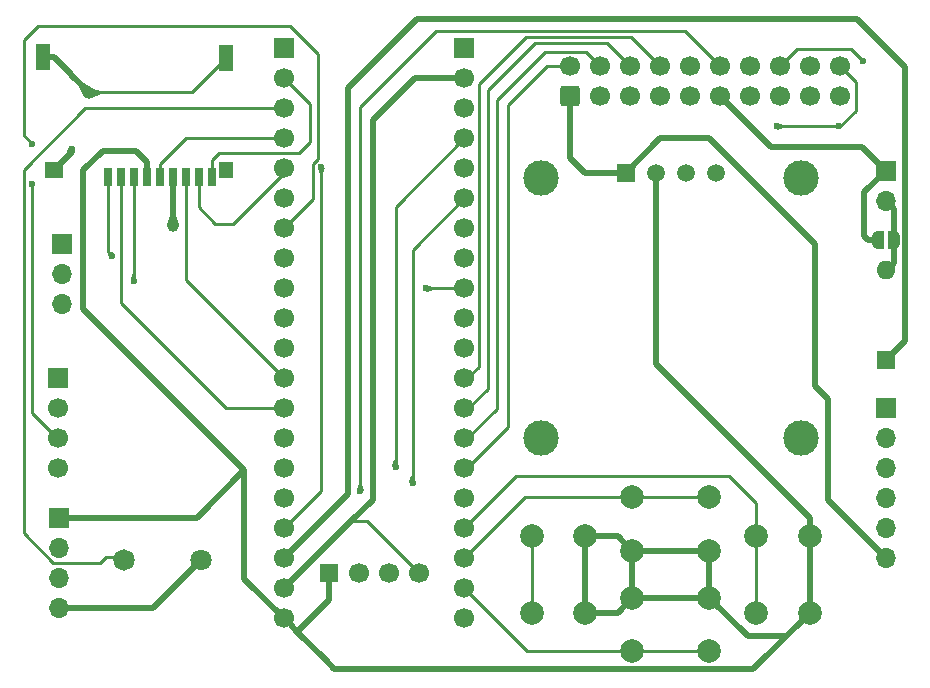
<source format=gbr>
%TF.GenerationSoftware,KiCad,Pcbnew,9.0.1*%
%TF.CreationDate,2025-05-04T19:13:47+02:00*%
%TF.ProjectId,sdiskII_stm32,73646973-6b49-4495-9f73-746d33322e6b,3*%
%TF.SameCoordinates,Original*%
%TF.FileFunction,Copper,L1,Top*%
%TF.FilePolarity,Positive*%
%FSLAX46Y46*%
G04 Gerber Fmt 4.6, Leading zero omitted, Abs format (unit mm)*
G04 Created by KiCad (PCBNEW 9.0.1) date 2025-05-04 19:13:47*
%MOMM*%
%LPD*%
G01*
G04 APERTURE LIST*
G04 Aperture macros list*
%AMRoundRect*
0 Rectangle with rounded corners*
0 $1 Rounding radius*
0 $2 $3 $4 $5 $6 $7 $8 $9 X,Y pos of 4 corners*
0 Add a 4 corners polygon primitive as box body*
4,1,4,$2,$3,$4,$5,$6,$7,$8,$9,$2,$3,0*
0 Add four circle primitives for the rounded corners*
1,1,$1+$1,$2,$3*
1,1,$1+$1,$4,$5*
1,1,$1+$1,$6,$7*
1,1,$1+$1,$8,$9*
0 Add four rect primitives between the rounded corners*
20,1,$1+$1,$2,$3,$4,$5,0*
20,1,$1+$1,$4,$5,$6,$7,0*
20,1,$1+$1,$6,$7,$8,$9,0*
20,1,$1+$1,$8,$9,$2,$3,0*%
%AMFreePoly0*
4,1,23,0.500000,-0.750000,0.000000,-0.750000,0.000000,-0.745722,-0.065263,-0.745722,-0.191342,-0.711940,-0.304381,-0.646677,-0.396677,-0.554381,-0.461940,-0.441342,-0.495722,-0.315263,-0.495722,-0.250000,-0.500000,-0.250000,-0.500000,0.250000,-0.495722,0.250000,-0.495722,0.315263,-0.461940,0.441342,-0.396677,0.554381,-0.304381,0.646677,-0.191342,0.711940,-0.065263,0.745722,0.000000,0.745722,
0.000000,0.750000,0.500000,0.750000,0.500000,-0.750000,0.500000,-0.750000,$1*%
%AMFreePoly1*
4,1,23,0.000000,0.745722,0.065263,0.745722,0.191342,0.711940,0.304381,0.646677,0.396677,0.554381,0.461940,0.441342,0.495722,0.315263,0.495722,0.250000,0.500000,0.250000,0.500000,-0.250000,0.495722,-0.250000,0.495722,-0.315263,0.461940,-0.441342,0.396677,-0.554381,0.304381,-0.646677,0.191342,-0.711940,0.065263,-0.745722,0.000000,-0.745722,0.000000,-0.750000,-0.500000,-0.750000,
-0.500000,0.750000,0.000000,0.750000,0.000000,0.745722,0.000000,0.745722,$1*%
G04 Aperture macros list end*
%TA.AperFunction,ComponentPad*%
%ADD10RoundRect,0.250000X0.600000X-0.600000X0.600000X0.600000X-0.600000X0.600000X-0.600000X-0.600000X0*%
%TD*%
%TA.AperFunction,ComponentPad*%
%ADD11C,1.700000*%
%TD*%
%TA.AperFunction,ComponentPad*%
%ADD12R,1.600000X1.600000*%
%TD*%
%TA.AperFunction,ComponentPad*%
%ADD13O,1.600000X1.600000*%
%TD*%
%TA.AperFunction,ComponentPad*%
%ADD14R,1.700000X1.700000*%
%TD*%
%TA.AperFunction,ComponentPad*%
%ADD15O,1.700000X1.700000*%
%TD*%
%TA.AperFunction,ComponentPad*%
%ADD16C,2.000000*%
%TD*%
%TA.AperFunction,ComponentPad*%
%ADD17C,1.824000*%
%TD*%
%TA.AperFunction,ComponentPad*%
%ADD18C,1.800000*%
%TD*%
%TA.AperFunction,ComponentPad*%
%ADD19R,1.524000X1.524000*%
%TD*%
%TA.AperFunction,SMDPad,CuDef*%
%ADD20FreePoly0,180.000000*%
%TD*%
%TA.AperFunction,SMDPad,CuDef*%
%ADD21FreePoly1,180.000000*%
%TD*%
%TA.AperFunction,ComponentPad*%
%ADD22R,1.508000X1.508000*%
%TD*%
%TA.AperFunction,ComponentPad*%
%ADD23C,1.508000*%
%TD*%
%TA.AperFunction,ComponentPad*%
%ADD24C,3.000000*%
%TD*%
%TA.AperFunction,SMDPad,CuDef*%
%ADD25R,1.600000X1.400000*%
%TD*%
%TA.AperFunction,SMDPad,CuDef*%
%ADD26R,1.200000X2.200000*%
%TD*%
%TA.AperFunction,SMDPad,CuDef*%
%ADD27R,0.700000X1.600000*%
%TD*%
%TA.AperFunction,SMDPad,CuDef*%
%ADD28R,1.200000X1.400000*%
%TD*%
%TA.AperFunction,ViaPad*%
%ADD29C,0.600000*%
%TD*%
%TA.AperFunction,ViaPad*%
%ADD30C,1.000000*%
%TD*%
%TA.AperFunction,Conductor*%
%ADD31C,0.500000*%
%TD*%
%TA.AperFunction,Conductor*%
%ADD32C,0.250000*%
%TD*%
G04 APERTURE END LIST*
D10*
%TO.P,J2,1,Pin_1*%
%TO.N,GND*%
X178290000Y-92490000D03*
D11*
%TO.P,J2,2,Pin_2*%
%TO.N,STEP0*%
X178290000Y-89950000D03*
%TO.P,J2,3,Pin_3*%
%TO.N,GND*%
X180830000Y-92490000D03*
%TO.P,J2,4,Pin_4*%
%TO.N,STEP1*%
X180830000Y-89950000D03*
%TO.P,J2,5,Pin_5*%
%TO.N,GND*%
X183370000Y-92490000D03*
%TO.P,J2,6,Pin_6*%
%TO.N,STEP2*%
X183370000Y-89950000D03*
%TO.P,J2,7,Pin_7*%
%TO.N,3.5DSK*%
X185910000Y-92490000D03*
%TO.P,J2,8,Pin_8*%
%TO.N,STEP3*%
X185910000Y-89950000D03*
%TO.P,J2,9,Pin_9*%
%TO.N,unconnected-(J2-Pin_9-Pad9)*%
X188450000Y-92490000D03*
%TO.P,J2,10,Pin_10*%
%TO.N,WR_REQ*%
X188450000Y-89950000D03*
%TO.P,J2,11,Pin_11*%
%TO.N,VCC*%
X190990000Y-92490000D03*
%TO.P,J2,12,Pin_12*%
%TO.N,SELECT*%
X190990000Y-89950000D03*
%TO.P,J2,13,Pin_13*%
%TO.N,unconnected-(J2-Pin_13-Pad13)*%
X193530000Y-92490000D03*
%TO.P,J2,14,Pin_14*%
%TO.N,DEVICE_ENABLE*%
X193530000Y-89950000D03*
%TO.P,J2,15,Pin_15*%
%TO.N,unconnected-(J2-Pin_15-Pad15)*%
X196070000Y-92490000D03*
%TO.P,J2,16,Pin_16*%
%TO.N,RD_DATA*%
X196070000Y-89950000D03*
%TO.P,J2,17,Pin_17*%
%TO.N,unconnected-(J2-Pin_17-Pad17)*%
X198610000Y-92490000D03*
%TO.P,J2,18,Pin_18*%
%TO.N,WR_DATA*%
X198610000Y-89950000D03*
%TO.P,J2,19,Pin_19*%
%TO.N,unconnected-(J2-Pin_19-Pad19)*%
X201150000Y-92490000D03*
%TO.P,J2,20,Pin_20*%
%TO.N,WR_PROTECT*%
X201150000Y-89950000D03*
%TD*%
D12*
%TO.P,D1,1,K*%
%TO.N,PWR_IN*%
X205000000Y-114840000D03*
D13*
%TO.P,D1,2,A*%
%TO.N,PWR_RD*%
X205000000Y-107220000D03*
%TD*%
D14*
%TO.P,J5,1,Pin_1*%
%TO.N,TIM2_CH3*%
X134880000Y-116370000D03*
D11*
%TO.P,J5,2,Pin_2*%
%TO.N,TIM3_CH4*%
X134880000Y-118910000D03*
%TO.P,J5,3,Pin_3*%
%TO.N,DEBUG*%
X134880000Y-121450000D03*
%TO.P,J5,4,Pin_4*%
%TO.N,GND*%
X134880000Y-123990000D03*
%TD*%
D14*
%TO.P,J3,1,Pin_1*%
%TO.N,RD_DATA*%
X205030000Y-118910000D03*
D15*
%TO.P,J3,2,Pin_2*%
%TO.N,WR_REQ*%
X205030000Y-121450000D03*
%TO.P,J3,3,Pin_3*%
%TO.N,DEVICE_ENABLE*%
X205030000Y-123990000D03*
%TO.P,J3,4,Pin_4*%
%TO.N,WR_PROTECT*%
X205030000Y-126530000D03*
%TO.P,J3,5,Pin_5*%
%TO.N,WR_DATA*%
X205030000Y-129070000D03*
%TO.P,J3,6,Pin_6*%
%TO.N,GND*%
X205030000Y-131610000D03*
%TD*%
D16*
%TO.P,UP1,1,1*%
%TO.N,+3.3V*%
X190040000Y-130950000D03*
X183540000Y-130950000D03*
%TO.P,UP1,2,2*%
%TO.N,BTN_UP*%
X190040000Y-126450000D03*
X183540000Y-126450000D03*
%TD*%
D17*
%TO.P,BZ1,1,+*%
%TO.N,TIM1_CH2N*%
X140500000Y-131750000D03*
D18*
%TO.P,BZ1,2,-*%
%TO.N,GND*%
X147000000Y-131750000D03*
%TD*%
D14*
%TO.P,J4,1,Pin_1*%
%TO.N,USART1_TX*%
X135240000Y-104975000D03*
D15*
%TO.P,J4,2,Pin_2*%
%TO.N,USART1_RX*%
X135240000Y-107515000D03*
%TO.P,J4,3,Pin_3*%
%TO.N,GND*%
X135240000Y-110055000D03*
%TD*%
D14*
%TO.P,\u03BCC1,1,B12*%
%TO.N,BTN_RET*%
X154050000Y-88440000D03*
D11*
%TO.P,\u03BCC1,2,B13*%
%TO.N,SD_EJECT*%
X154050000Y-90980000D03*
%TO.P,\u03BCC1,3,B14*%
%TO.N,TIM1_CH2N*%
X154050000Y-93520000D03*
%TO.P,\u03BCC1,4,B15*%
%TO.N,SDIO_CK*%
X154050000Y-96060000D03*
%TO.P,\u03BCC1,5,A8*%
%TO.N,SDIO_D1*%
X154050000Y-98600000D03*
%TO.P,\u03BCC1,6,A9*%
%TO.N,SDIO_D2*%
X154050000Y-101140000D03*
%TO.P,\u03BCC1,7,A10*%
%TO.N,DEBUG*%
X154050000Y-103680000D03*
%TO.P,\u03BCC1,8,A11*%
%TO.N,3.5DSK*%
X154050000Y-106220000D03*
%TO.P,\u03BCC1,9,A12*%
%TO.N,unconnected-(\u03BCC1-A12-Pad9)*%
X154050000Y-108760000D03*
%TO.P,\u03BCC1,10,A15*%
%TO.N,USART1_TX*%
X154050000Y-111300000D03*
%TO.P,\u03BCC1,11,B3*%
%TO.N,USART1_RX*%
X154050000Y-113840000D03*
%TO.P,\u03BCC1,12,B4*%
%TO.N,SDIO_DO*%
X154050000Y-116380000D03*
%TO.P,\u03BCC1,13,B5*%
%TO.N,SDIO_D3*%
X154050000Y-118920000D03*
%TO.P,\u03BCC1,14,B6*%
%TO.N,I2C_SCL*%
X154050000Y-121460000D03*
%TO.P,\u03BCC1,15,B7*%
%TO.N,I2C_SDA*%
X154050000Y-124000000D03*
%TO.P,\u03BCC1,16,B8*%
%TO.N,SELECT*%
X154050000Y-126540000D03*
%TO.P,\u03BCC1,17,B9*%
%TO.N,WR_REQ*%
X154050000Y-129080000D03*
%TO.P,\u03BCC1,18,5Vi*%
%TO.N,PWR_IN*%
X154050000Y-131620000D03*
%TO.P,\u03BCC1,19,GNDi*%
%TO.N,GND*%
X154050000Y-134160000D03*
%TO.P,\u03BCC1,20,3.3i*%
%TO.N,+3.3V*%
X154050000Y-136700000D03*
%TO.P,\u03BCC1,21,VB*%
%TO.N,unconnected-(\u03BCC1-VB-Pad21)*%
X169290000Y-136700000D03*
%TO.P,\u03BCC1,22,C13*%
%TO.N,BTN_DOWN*%
X169290000Y-134160000D03*
%TO.P,\u03BCC1,23,C14*%
%TO.N,BTN_UP*%
X169290000Y-131620000D03*
%TO.P,\u03BCC1,24,C15*%
%TO.N,BTN_ENTR*%
X169290000Y-129080000D03*
%TO.P,\u03BCC1,25,R*%
%TO.N,unconnected-(\u03BCC1-R-Pad25)*%
X169290000Y-126540000D03*
%TO.P,\u03BCC1,26,A0*%
%TO.N,STEP0*%
X169290000Y-124000000D03*
%TO.P,\u03BCC1,27,A1*%
%TO.N,STEP1*%
X169290000Y-121460000D03*
%TO.P,\u03BCC1,28,A2*%
%TO.N,STEP2*%
X169290000Y-118920000D03*
%TO.P,\u03BCC1,29,A3*%
%TO.N,STEP3*%
X169290000Y-116380000D03*
%TO.P,\u03BCC1,30,A4*%
%TO.N,DEVICE_ENABLE*%
X169290000Y-113840000D03*
%TO.P,\u03BCC1,31,A5*%
%TO.N,WR_DATA*%
X169290000Y-111300000D03*
%TO.P,\u03BCC1,32,A6*%
%TO.N,SDIO_CMD*%
X169290000Y-108760000D03*
%TO.P,\u03BCC1,33,A7*%
%TO.N,WR_DATA*%
X169290000Y-106220000D03*
%TO.P,\u03BCC1,34,B0*%
%TO.N,RD_DATA*%
X169290000Y-103680000D03*
%TO.P,\u03BCC1,35,B1*%
%TO.N,TIM3_CH4*%
X169290000Y-101140000D03*
%TO.P,\u03BCC1,36,B2*%
%TO.N,WR_PROTECT*%
X169290000Y-98600000D03*
%TO.P,\u03BCC1,37,B10*%
%TO.N,TIM2_CH3*%
X169290000Y-96060000D03*
%TO.P,\u03BCC1,38,3.3ii*%
%TO.N,unconnected-(\u03BCC1-3.3ii-Pad38)*%
X169290000Y-93520000D03*
%TO.P,\u03BCC1,39,GNDii*%
%TO.N,GND*%
X169290000Y-90980000D03*
D14*
%TO.P,\u03BCC1,40,5Vii*%
%TO.N,unconnected-(\u03BCC1-5Vii-Pad40)*%
X169290000Y-88440000D03*
D19*
%TO.P,\u03BCC1,41,3.3V*%
%TO.N,+3.3V*%
X157860000Y-132890000D03*
D11*
%TO.P,\u03BCC1,42,SDIO*%
%TO.N,SDIO*%
X160400000Y-132890000D03*
%TO.P,\u03BCC1,43,SCK*%
%TO.N,SCK*%
X162940000Y-132890000D03*
%TO.P,\u03BCC1,44,GND*%
%TO.N,GND*%
X165480000Y-132890000D03*
%TD*%
D20*
%TO.P,JP1,1,A*%
%TO.N,PWR_RD*%
X205650000Y-104680000D03*
D21*
%TO.P,JP1,2,B*%
%TO.N,VCC*%
X204350000Y-104680000D03*
%TD*%
D14*
%TO.P,J1,1,Pin_1*%
%TO.N,VCC*%
X205000000Y-98810000D03*
D15*
%TO.P,J1,2,Pin_2*%
%TO.N,PWR_RD*%
X205000000Y-101350000D03*
%TD*%
D16*
%TO.P,ENTR1,1,1*%
%TO.N,+3.3V*%
X198540000Y-129700000D03*
X198540000Y-136200000D03*
%TO.P,ENTR1,2,2*%
%TO.N,BTN_ENTR*%
X194040000Y-129700000D03*
X194040000Y-136200000D03*
%TD*%
D14*
%TO.P,J6,1,Pin_1*%
%TO.N,+3.3V*%
X135000000Y-128180000D03*
D15*
%TO.P,J6,2,Pin_2*%
%TO.N,SDIO*%
X135000000Y-130720000D03*
%TO.P,J6,3,Pin_3*%
%TO.N,SCK*%
X135000000Y-133260000D03*
%TO.P,J6,4,Pin_4*%
%TO.N,GND*%
X135000000Y-135800000D03*
%TD*%
D22*
%TO.P,U8,1,GND*%
%TO.N,GND*%
X182980000Y-98950000D03*
D23*
%TO.P,U8,2,VCC_IN*%
%TO.N,+3.3V*%
X185520000Y-98950000D03*
%TO.P,U8,3,SCL*%
%TO.N,I2C_SCL*%
X188060000Y-98950000D03*
%TO.P,U8,4,SDA*%
%TO.N,I2C_SDA*%
X190600000Y-98950000D03*
D24*
%TO.P,U8,S1*%
%TO.N,N/C*%
X175790000Y-99450000D03*
%TO.P,U8,S2*%
X197790000Y-99450000D03*
%TO.P,U8,S3*%
X197790000Y-121450000D03*
%TO.P,U8,S4*%
X175790000Y-121450000D03*
%TD*%
D25*
%TO.P,U2,*%
%TO.N,GND*%
X134540000Y-98750000D03*
D26*
X149140000Y-89250000D03*
D27*
%TO.P,U2,1,D2*%
%TO.N,SDIO_D2*%
X139140000Y-99350000D03*
%TO.P,U2,2,D3*%
%TO.N,SDIO_D3*%
X140240000Y-99350000D03*
%TO.P,U2,3,CMD*%
%TO.N,SDIO_CMD*%
X141340000Y-99350000D03*
%TO.P,U2,4,VDD*%
%TO.N,+3.3V*%
X142440000Y-99350000D03*
%TO.P,U2,5,SCLK*%
%TO.N,SDIO_CK*%
X143540000Y-99350000D03*
%TO.P,U2,6,GND*%
%TO.N,GND*%
X144640000Y-99350000D03*
%TO.P,U2,7,DO*%
%TO.N,SDIO_DO*%
X145740000Y-99350000D03*
%TO.P,U2,8,D1*%
%TO.N,SDIO_D1*%
X146840000Y-99350000D03*
%TO.P,U2,9,CD*%
%TO.N,SD_EJECT*%
X147940000Y-99350000D03*
D28*
%TO.P,U2,10,GND*%
%TO.N,GND*%
X149140000Y-98750000D03*
D26*
%TO.P,U2,~*%
%TO.N,N/C*%
X133640000Y-89150000D03*
%TD*%
D16*
%TO.P,RET1,1,1*%
%TO.N,+3.3V*%
X179540000Y-129700000D03*
X179540000Y-136200000D03*
%TO.P,RET1,2,2*%
%TO.N,BTN_RET*%
X175040000Y-129700000D03*
X175040000Y-136200000D03*
%TD*%
%TO.P,DOWN1,1,1*%
%TO.N,+3.3V*%
X183540000Y-134950000D03*
X190040000Y-134950000D03*
%TO.P,DOWN1,2,2*%
%TO.N,BTN_DOWN*%
X183540000Y-139450000D03*
X190040000Y-139450000D03*
%TD*%
D29*
%TO.N,GND*%
X136090000Y-96930000D03*
D30*
X144640000Y-103500000D03*
X137540000Y-92250000D03*
D29*
%TO.N,WR_REQ*%
X157190000Y-98500000D03*
%TO.N,WR_PROTECT*%
X201000000Y-95025000D03*
X195750000Y-95025000D03*
%TO.N,RD_DATA*%
X203050000Y-89500000D03*
%TO.N,SDIO_CMD*%
X141340000Y-108100000D03*
X166040000Y-108760000D03*
%TO.N,SDIO_D2*%
X139490000Y-106050000D03*
%TO.N,DEBUG*%
X132750000Y-99900000D03*
X132750000Y-96500000D03*
%TO.N,TIM3_CH4*%
X164940000Y-125250000D03*
%TO.N,SELECT*%
X160500000Y-125925000D03*
%TO.N,TIM2_CH3*%
X163490000Y-123900000D03*
%TD*%
D31*
%TO.N,GND*%
X136090000Y-96930000D02*
X136090000Y-97200000D01*
X178300000Y-97100000D02*
X178290000Y-97090000D01*
D32*
X161075000Y-128485000D02*
X159725000Y-128485000D01*
D31*
X136040000Y-90650000D02*
X136040000Y-90640000D01*
X190020000Y-96020000D02*
X199000000Y-105000000D01*
X161540000Y-94526341D02*
X161540000Y-126670000D01*
X200090000Y-118090000D02*
X200090000Y-126670000D01*
D32*
X137540000Y-92250000D02*
X137540000Y-92150000D01*
D31*
X165116341Y-90950000D02*
X161540000Y-94526341D01*
X185910000Y-96020000D02*
X190020000Y-96020000D01*
X179550000Y-98950000D02*
X178300000Y-97700000D01*
X159725000Y-128485000D02*
X154050000Y-134160000D01*
X199000000Y-105000000D02*
X199000000Y-117000000D01*
X182980000Y-98950000D02*
X179550000Y-98950000D01*
X199000000Y-117000000D02*
X200090000Y-118090000D01*
D32*
X146240000Y-92150000D02*
X149140000Y-89250000D01*
D31*
X178300000Y-97700000D02*
X178300000Y-97100000D01*
X178290000Y-97090000D02*
X178290000Y-92490000D01*
X136090000Y-97200000D02*
X134540000Y-98750000D01*
D32*
X137540000Y-92150000D02*
X146240000Y-92150000D01*
X165480000Y-132890000D02*
X161075000Y-128485000D01*
D31*
X168659000Y-90980000D02*
X168659000Y-90950000D01*
X165116341Y-90950000D02*
X165146341Y-90980000D01*
X182980000Y-98950000D02*
X185910000Y-96020000D01*
X200090000Y-126670000D02*
X205030000Y-131610000D01*
X137540000Y-92150000D02*
X136040000Y-90650000D01*
X144640000Y-103500000D02*
X144640000Y-99583884D01*
X135240000Y-135800000D02*
X142950000Y-135800000D01*
X161540000Y-126670000D02*
X159725000Y-128485000D01*
X134550000Y-89150000D02*
X133640000Y-89150000D01*
X142950000Y-135800000D02*
X147000000Y-131750000D01*
X165146341Y-90980000D02*
X169290000Y-90980000D01*
X136040000Y-90640000D02*
X134550000Y-89150000D01*
%TO.N,VCC*%
X203530000Y-104680000D02*
X204350000Y-104680000D01*
X202940000Y-96750000D02*
X205000000Y-98810000D01*
X205000000Y-98650000D02*
X204840000Y-98810000D01*
X205000000Y-98810000D02*
X203190000Y-100620000D01*
X203190000Y-104340000D02*
X203530000Y-104680000D01*
X203190000Y-100620000D02*
X203190000Y-104340000D01*
X195250000Y-96750000D02*
X202940000Y-96750000D01*
X190990000Y-92490000D02*
X195250000Y-96750000D01*
D32*
%TO.N,STEP2*%
X175290000Y-87950000D02*
X175040000Y-88200000D01*
X171290000Y-117250000D02*
X169620000Y-118920000D01*
X181370000Y-87950000D02*
X175290000Y-87950000D01*
X175040000Y-88200000D02*
X171290000Y-91950000D01*
X171290000Y-91950000D02*
X171290000Y-117250000D01*
X183370000Y-89950000D02*
X181370000Y-87950000D01*
%TO.N,WR_REQ*%
X157190000Y-125940000D02*
X154050000Y-129080000D01*
X157190000Y-98500000D02*
X157190000Y-125940000D01*
%TO.N,STEP3*%
X170540000Y-91450000D02*
X170540000Y-115415000D01*
X183410000Y-87450000D02*
X174540000Y-87450000D01*
X170540000Y-115415000D02*
X169575000Y-116380000D01*
X174540000Y-87450000D02*
X170540000Y-91450000D01*
X185910000Y-89950000D02*
X183410000Y-87450000D01*
%TO.N,STEP0*%
X173040000Y-93200000D02*
X173040000Y-120500000D01*
X176290000Y-89950000D02*
X173040000Y-93200000D01*
X173040000Y-120500000D02*
X169540000Y-124000000D01*
X178290000Y-89950000D02*
X176290000Y-89950000D01*
%TO.N,STEP1*%
X176165000Y-88700000D02*
X175865000Y-89000000D01*
X175865000Y-89000000D02*
X172040000Y-92825000D01*
X172040000Y-92825000D02*
X172040000Y-119000000D01*
X179580000Y-88700000D02*
X176165000Y-88700000D01*
X180830000Y-89950000D02*
X179580000Y-88700000D01*
X172040000Y-119000000D02*
X169580000Y-121460000D01*
%TO.N,WR_PROTECT*%
X202440000Y-93700000D02*
X202440000Y-91240000D01*
X202440000Y-91240000D02*
X201150000Y-89950000D01*
X201115000Y-95025000D02*
X202440000Y-93700000D01*
X195750000Y-95025000D02*
X201000000Y-95025000D01*
X201000000Y-95025000D02*
X201115000Y-95025000D01*
%TO.N,BTN_DOWN*%
X183540000Y-139450000D02*
X190040000Y-139450000D01*
X174580000Y-139450000D02*
X169290000Y-134160000D01*
X183540000Y-139450000D02*
X174580000Y-139450000D01*
%TO.N,BTN_ENTR*%
X191740213Y-124650213D02*
X173719787Y-124650213D01*
X173719787Y-124650213D02*
X169290000Y-129080000D01*
X194040000Y-126950000D02*
X191740213Y-124650213D01*
X194040000Y-129700000D02*
X194040000Y-136200000D01*
X194040000Y-129700000D02*
X194040000Y-126950000D01*
%TO.N,BTN_RET*%
X175040000Y-136200000D02*
X175040000Y-129700000D01*
%TO.N,BTN_UP*%
X190040000Y-126450000D02*
X183540000Y-126450000D01*
X183540000Y-126450000D02*
X174460000Y-126450000D01*
X174460000Y-126450000D02*
X169290000Y-131620000D01*
D31*
%TO.N,+3.3V*%
X190040000Y-134950000D02*
X190040000Y-130950000D01*
X183540000Y-130950000D02*
X182290000Y-129700000D01*
X185520000Y-115180000D02*
X198540000Y-128200000D01*
X150690000Y-124150000D02*
X137040000Y-110500000D01*
X190040000Y-130950000D02*
X183540000Y-130950000D01*
X137040000Y-110500000D02*
X137040000Y-98760000D01*
X138700000Y-97100000D02*
X141490000Y-97100000D01*
X157860000Y-132890000D02*
X157860000Y-135130000D01*
X155170000Y-137820000D02*
X154602250Y-137252250D01*
X185520000Y-98950000D02*
X185520000Y-115180000D01*
X137040000Y-98760000D02*
X138700000Y-97100000D01*
X142440000Y-98050000D02*
X142440000Y-99350000D01*
X198540000Y-136200000D02*
X193790000Y-140950000D01*
X157860000Y-135130000D02*
X155170000Y-137820000D01*
X183540000Y-134950000D02*
X190040000Y-134950000D01*
X179540000Y-136200000D02*
X179540000Y-129700000D01*
X157590000Y-140240000D02*
X155170000Y-137820000D01*
X135190000Y-128180000D02*
X146660000Y-128180000D01*
X196540000Y-138200000D02*
X193290000Y-138200000D01*
X198540000Y-129700000D02*
X198540000Y-136200000D01*
X182290000Y-136200000D02*
X183540000Y-134950000D01*
X179540000Y-136200000D02*
X182290000Y-136200000D01*
X158300000Y-140950000D02*
X157590000Y-140240000D01*
X146660000Y-128180000D02*
X150690000Y-124150000D01*
X141490000Y-97100000D02*
X142440000Y-98050000D01*
X150690000Y-133340000D02*
X154050000Y-136700000D01*
X182290000Y-129700000D02*
X179540000Y-129700000D01*
X150690000Y-124150000D02*
X150690000Y-133340000D01*
X193790000Y-140950000D02*
X158300000Y-140950000D01*
X193290000Y-138200000D02*
X190040000Y-134950000D01*
X198540000Y-128200000D02*
X198540000Y-129700000D01*
X183540000Y-134950000D02*
X183540000Y-130950000D01*
D32*
%TO.N,RD_DATA*%
X202050000Y-88500000D02*
X197520000Y-88500000D01*
X203050000Y-89500000D02*
X202050000Y-88500000D01*
X197520000Y-88500000D02*
X196070000Y-89950000D01*
%TO.N,SDIO_DO*%
X154050000Y-116380000D02*
X145740000Y-108070000D01*
X145740000Y-108070000D02*
X145740000Y-99350000D01*
%TO.N,SD_EJECT*%
X148515000Y-97285000D02*
X147940000Y-97860000D01*
X148515000Y-97285000D02*
X155305000Y-97285000D01*
X147940000Y-97860000D02*
X147940000Y-99350000D01*
X156240000Y-93170000D02*
X154050000Y-90980000D01*
X156240000Y-96350000D02*
X156240000Y-93170000D01*
X155305000Y-97285000D02*
X156240000Y-96350000D01*
%TO.N,SDIO_CK*%
X143540000Y-98260000D02*
X145740000Y-96060000D01*
X143540000Y-98260000D02*
X143540000Y-99350000D01*
X145740000Y-96060000D02*
X154050000Y-96060000D01*
%TO.N,SDIO_D1*%
X148240000Y-103300000D02*
X146840000Y-101900000D01*
X146840000Y-101900000D02*
X146840000Y-99350000D01*
X154050000Y-98990000D02*
X149740000Y-103300000D01*
X149740000Y-103300000D02*
X148240000Y-103300000D01*
X154050000Y-98600000D02*
X154050000Y-98990000D01*
D31*
%TO.N,PWR_IN*%
X165290000Y-85950000D02*
X202540000Y-85950000D01*
X154050000Y-131620000D02*
X154050000Y-131590000D01*
X159450000Y-126190000D02*
X159450000Y-91790000D01*
X206656000Y-113184000D02*
X205000000Y-114840000D01*
X159450000Y-91790000D02*
X165290000Y-85950000D01*
X154050000Y-131590000D02*
X159450000Y-126190000D01*
X206656000Y-100126000D02*
X206656000Y-113184000D01*
X206640000Y-90050000D02*
X206640000Y-100110000D01*
X206640000Y-100110000D02*
X206656000Y-100126000D01*
X202540000Y-85950000D02*
X206640000Y-90050000D01*
D32*
%TO.N,SDIO_CMD*%
X141340000Y-108100000D02*
X141340000Y-99350000D01*
X169290000Y-108760000D02*
X166040000Y-108760000D01*
%TO.N,SDIO_D2*%
X139490000Y-106050000D02*
X139140000Y-105700000D01*
X139140000Y-105700000D02*
X139140000Y-99350000D01*
%TO.N,SDIO_D3*%
X140240000Y-110000000D02*
X140240000Y-99350000D01*
X154050000Y-118920000D02*
X149160000Y-118920000D01*
X149160000Y-118920000D02*
X140240000Y-110000000D01*
%TO.N,DEBUG*%
X133250000Y-86500000D02*
X132000000Y-87750000D01*
X154050000Y-103680000D02*
X156515000Y-101215000D01*
X156910405Y-97825000D02*
X156910405Y-88884288D01*
X132750000Y-99900000D02*
X132750000Y-119330000D01*
X156910405Y-88884288D02*
X154526117Y-86500000D01*
X132000000Y-87750000D02*
X132000000Y-95750000D01*
X156515000Y-101215000D02*
X156515000Y-98220405D01*
X154526117Y-86500000D02*
X133250000Y-86500000D01*
X156515000Y-98220405D02*
X156910405Y-97825000D01*
X132000000Y-95750000D02*
X132750000Y-96500000D01*
X132750000Y-119330000D02*
X135000000Y-121580000D01*
%TO.N,TIM3_CH4*%
X164940000Y-105490000D02*
X164940000Y-125250000D01*
X169290000Y-101140000D02*
X164940000Y-105490000D01*
%TO.N,SELECT*%
X160500000Y-93400000D02*
X166950000Y-86950000D01*
X160500000Y-125925000D02*
X160500000Y-93400000D01*
X187990000Y-86950000D02*
X190990000Y-89950000D01*
X166950000Y-86950000D02*
X187990000Y-86950000D01*
X160500000Y-125925000D02*
X160375000Y-125800000D01*
%TO.N,TIM1_CH2N*%
X132000000Y-129500000D02*
X134500000Y-132000000D01*
X139000000Y-131500000D02*
X140500000Y-131500000D01*
X154050000Y-93520000D02*
X137230000Y-93520000D01*
X138500000Y-132000000D02*
X139000000Y-131500000D01*
X137230000Y-93520000D02*
X132000000Y-98750000D01*
X134500000Y-132000000D02*
X138500000Y-132000000D01*
X132000000Y-98750000D02*
X132000000Y-129500000D01*
%TO.N,TIM2_CH3*%
X163490000Y-101860000D02*
X163490000Y-123900000D01*
X169290000Y-96060000D02*
X163490000Y-101860000D01*
D31*
%TO.N,PWR_RD*%
X205650000Y-104680000D02*
X205650000Y-102000000D01*
X205400000Y-101350000D02*
X204840000Y-101350000D01*
X205650000Y-102000000D02*
X205000000Y-101350000D01*
X205650000Y-104680000D02*
X205650000Y-106570000D01*
X205650000Y-106570000D02*
X205000000Y-107220000D01*
%TD*%
%TA.AperFunction,Conductor*%
%TO.N,GND*%
G36*
X136086555Y-96928479D02*
G01*
X136088386Y-96928838D01*
X136092667Y-96930612D01*
X136330236Y-97090477D01*
X136335187Y-97097939D01*
X136333744Y-97106191D01*
X136038112Y-97600268D01*
X136030923Y-97605608D01*
X136022065Y-97604301D01*
X136019799Y-97602534D01*
X135681830Y-97264565D01*
X135678403Y-97256292D01*
X135678915Y-97252869D01*
X135792675Y-96881552D01*
X135798374Y-96874648D01*
X135806110Y-96873501D01*
X136086555Y-96928479D01*
G37*
%TD.AperFunction*%
%TD*%
%TA.AperFunction,Conductor*%
%TO.N,GND*%
G36*
X137649823Y-91763260D02*
G01*
X138521013Y-92022511D01*
X138527965Y-92028155D01*
X138529376Y-92033725D01*
X138529376Y-92268076D01*
X138525949Y-92276349D01*
X138523307Y-92278332D01*
X137827169Y-92660581D01*
X137818268Y-92661559D01*
X137811821Y-92656841D01*
X137556669Y-92276349D01*
X137541712Y-92254045D01*
X137539951Y-92245267D01*
X137635020Y-91772170D01*
X137640010Y-91764735D01*
X137648796Y-91763005D01*
X137649823Y-91763260D01*
G37*
%TD.AperFunction*%
%TD*%
%TA.AperFunction,Conductor*%
%TO.N,GND*%
G36*
X137074469Y-91328358D02*
G01*
X137808213Y-91827750D01*
X137813124Y-91835238D01*
X137811371Y-91843903D01*
X137542009Y-92248749D01*
X137538749Y-92252009D01*
X137135440Y-92520349D01*
X137126654Y-92522079D01*
X137119218Y-92517089D01*
X137118427Y-92515704D01*
X136716525Y-91683947D01*
X136716012Y-91675008D01*
X136718786Y-91670587D01*
X137059616Y-91329757D01*
X137067888Y-91326331D01*
X137074469Y-91328358D01*
G37*
%TD.AperFunction*%
%TD*%
%TA.AperFunction,Conductor*%
%TO.N,GND*%
G36*
X144889306Y-102513034D02*
G01*
X144892331Y-102518265D01*
X145127147Y-103390401D01*
X145125989Y-103399281D01*
X145118891Y-103404741D01*
X145118154Y-103404914D01*
X144642305Y-103500536D01*
X144637695Y-103500536D01*
X144161845Y-103404914D01*
X144154409Y-103399924D01*
X144152679Y-103391138D01*
X144152852Y-103390401D01*
X144387669Y-102518265D01*
X144393129Y-102511167D01*
X144398967Y-102509607D01*
X144881033Y-102509607D01*
X144889306Y-102513034D01*
G37*
%TD.AperFunction*%
%TD*%
%TA.AperFunction,Conductor*%
%TO.N,WR_REQ*%
G36*
X157471479Y-98555946D02*
G01*
X157478907Y-98560945D01*
X157480626Y-98569733D01*
X157480315Y-98570937D01*
X157317583Y-99086060D01*
X157311823Y-99092917D01*
X157306426Y-99094236D01*
X157073574Y-99094236D01*
X157065301Y-99090809D01*
X157062417Y-99086060D01*
X156899684Y-98570937D01*
X156900460Y-98562016D01*
X156907317Y-98556256D01*
X156908500Y-98555950D01*
X157187682Y-98499469D01*
X157192318Y-98499469D01*
X157471479Y-98555946D01*
G37*
%TD.AperFunction*%
%TD*%
%TA.AperFunction,Conductor*%
%TO.N,WR_PROTECT*%
G36*
X195820929Y-94734681D02*
G01*
X196336060Y-94897417D01*
X196342917Y-94903177D01*
X196344236Y-94908574D01*
X196344236Y-95141425D01*
X196340809Y-95149698D01*
X196336060Y-95152582D01*
X195820937Y-95315315D01*
X195812016Y-95314539D01*
X195806256Y-95307682D01*
X195805949Y-95306494D01*
X195749469Y-95027318D01*
X195749469Y-95022680D01*
X195772554Y-94908574D01*
X195805946Y-94743518D01*
X195810945Y-94736092D01*
X195819733Y-94734373D01*
X195820929Y-94734681D01*
G37*
%TD.AperFunction*%
%TD*%
%TA.AperFunction,Conductor*%
%TO.N,SDIO_CMD*%
G36*
X141464699Y-107509191D02*
G01*
X141467583Y-107513940D01*
X141630315Y-108029062D01*
X141629539Y-108037983D01*
X141622682Y-108043743D01*
X141621478Y-108044054D01*
X141342320Y-108100530D01*
X141337680Y-108100530D01*
X141104553Y-108053366D01*
X141058520Y-108044053D01*
X141051092Y-108039054D01*
X141049373Y-108030266D01*
X141049680Y-108029075D01*
X141212417Y-107513939D01*
X141218177Y-107507083D01*
X141223574Y-107505764D01*
X141456426Y-107505764D01*
X141464699Y-107509191D01*
G37*
%TD.AperFunction*%
%TD*%
%TA.AperFunction,Conductor*%
%TO.N,SDIO_CMD*%
G36*
X166110929Y-108469681D02*
G01*
X166626060Y-108632417D01*
X166632917Y-108638177D01*
X166634236Y-108643574D01*
X166634236Y-108876425D01*
X166630809Y-108884698D01*
X166626060Y-108887582D01*
X166110937Y-109050315D01*
X166102016Y-109049539D01*
X166096256Y-109042682D01*
X166095949Y-109041494D01*
X166039469Y-108762318D01*
X166039469Y-108757680D01*
X166062554Y-108643574D01*
X166095946Y-108478518D01*
X166100945Y-108471092D01*
X166109733Y-108469373D01*
X166110929Y-108469681D01*
G37*
%TD.AperFunction*%
%TD*%
%TA.AperFunction,Conductor*%
%TO.N,SDIO_D2*%
G36*
X139267505Y-105602017D02*
G01*
X139644970Y-105794589D01*
X139650782Y-105801401D01*
X139650075Y-105810328D01*
X139649393Y-105811493D01*
X139492704Y-106046935D01*
X139485268Y-106051924D01*
X139485209Y-106051936D01*
X139205651Y-106106593D01*
X139196874Y-106104817D01*
X139192385Y-106099035D01*
X139020562Y-105616363D01*
X139021015Y-105607419D01*
X139027660Y-105601417D01*
X139031584Y-105600739D01*
X139262188Y-105600739D01*
X139267505Y-105602017D01*
G37*
%TD.AperFunction*%
%TD*%
%TA.AperFunction,Conductor*%
%TO.N,TIM3_CH4*%
G36*
X165064699Y-124659191D02*
G01*
X165067583Y-124663940D01*
X165230315Y-125179062D01*
X165229539Y-125187983D01*
X165222682Y-125193743D01*
X165221478Y-125194054D01*
X164942320Y-125250530D01*
X164937680Y-125250530D01*
X164704553Y-125203366D01*
X164658520Y-125194053D01*
X164651092Y-125189054D01*
X164649373Y-125180266D01*
X164649680Y-125179075D01*
X164812417Y-124663939D01*
X164818177Y-124657083D01*
X164823574Y-124655764D01*
X165056426Y-124655764D01*
X165064699Y-124659191D01*
G37*
%TD.AperFunction*%
%TD*%
%TA.AperFunction,Conductor*%
%TO.N,SELECT*%
G36*
X160624699Y-125334191D02*
G01*
X160627583Y-125338940D01*
X160790315Y-125854062D01*
X160789539Y-125862983D01*
X160782682Y-125868743D01*
X160781478Y-125869054D01*
X160502320Y-125925530D01*
X160497680Y-125925530D01*
X160264553Y-125878366D01*
X160218520Y-125869053D01*
X160211092Y-125864054D01*
X160209373Y-125855266D01*
X160209680Y-125854075D01*
X160372417Y-125338939D01*
X160378177Y-125332083D01*
X160383574Y-125330764D01*
X160616426Y-125330764D01*
X160624699Y-125334191D01*
G37*
%TD.AperFunction*%
%TD*%
%TA.AperFunction,Conductor*%
%TO.N,TIM2_CH3*%
G36*
X163614699Y-123309191D02*
G01*
X163617583Y-123313940D01*
X163780315Y-123829062D01*
X163779539Y-123837983D01*
X163772682Y-123843743D01*
X163771478Y-123844054D01*
X163492320Y-123900530D01*
X163487680Y-123900530D01*
X163254553Y-123853366D01*
X163208520Y-123844053D01*
X163201092Y-123839054D01*
X163199373Y-123830266D01*
X163199680Y-123829075D01*
X163362417Y-123313939D01*
X163368177Y-123307083D01*
X163373574Y-123305764D01*
X163606426Y-123305764D01*
X163614699Y-123309191D01*
G37*
%TD.AperFunction*%
%TD*%
M02*

</source>
